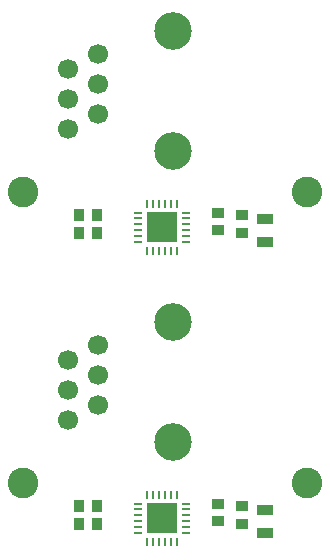
<source format=gts>
G04 #@! TF.FileFunction,Soldermask,Top*
%FSLAX46Y46*%
G04 Gerber Fmt 4.6, Leading zero omitted, Abs format (unit mm)*
G04 Created by KiCad (PCBNEW 4.0.7-e2-6376~58~ubuntu16.04.1) date Sat Dec  8 14:23:04 2018*
%MOMM*%
%LPD*%
G01*
G04 APERTURE LIST*
%ADD10C,0.150000*%
%ADD11R,1.397000X0.889000*%
%ADD12R,2.499360X2.499360*%
%ADD13O,0.800100X0.248920*%
%ADD14O,0.248920X0.800100*%
%ADD15R,1.000760X0.899160*%
%ADD16R,0.899160X1.000760*%
%ADD17C,2.600000*%
%ADD18C,1.700000*%
%ADD19C,3.180000*%
G04 APERTURE END LIST*
D10*
D11*
X160500000Y-137840500D03*
X160500000Y-135935500D03*
D12*
X151750000Y-136638000D03*
D13*
X149751020Y-135388320D03*
X149751020Y-135888700D03*
X149751020Y-136389080D03*
X149751020Y-136886920D03*
X149751020Y-137387300D03*
X149751020Y-137887680D03*
D14*
X150500320Y-138636980D03*
X151000700Y-138636980D03*
X151501080Y-138636980D03*
X151998920Y-138636980D03*
X152499300Y-138636980D03*
X152999680Y-138636980D03*
D13*
X153748980Y-137887680D03*
X153748980Y-137387300D03*
X153748980Y-136886920D03*
X153748980Y-136389080D03*
X153748980Y-135888700D03*
X153748980Y-135388320D03*
D14*
X152999680Y-134639020D03*
X152499300Y-134639020D03*
X151998920Y-134639020D03*
X151501080Y-134639020D03*
X151000700Y-134639020D03*
X150500320Y-134639020D03*
D15*
X158500000Y-135636160D03*
X158500000Y-137139840D03*
D16*
X144748160Y-137138000D03*
X146251840Y-137138000D03*
D15*
X156500000Y-136889840D03*
X156500000Y-135386160D03*
D16*
X144748160Y-135638000D03*
X146251840Y-135638000D03*
D17*
X164000000Y-133638000D03*
X140000000Y-133638000D03*
D18*
X143810000Y-128313000D03*
X143810000Y-125773000D03*
X143810000Y-123233000D03*
X146350000Y-124503000D03*
X146350000Y-121963000D03*
X146350000Y-127043000D03*
D19*
X152700000Y-130218000D03*
X152700000Y-120058000D03*
D18*
X143810000Y-103675000D03*
X143810000Y-101135000D03*
X143810000Y-98595000D03*
X146350000Y-99865000D03*
X146350000Y-97325000D03*
X146350000Y-102405000D03*
D19*
X152700000Y-105580000D03*
X152700000Y-95420000D03*
D17*
X140000000Y-109000000D03*
X164000000Y-109000000D03*
D16*
X144748160Y-111000000D03*
X146251840Y-111000000D03*
D15*
X156500000Y-112251840D03*
X156500000Y-110748160D03*
D16*
X144748160Y-112500000D03*
X146251840Y-112500000D03*
D15*
X158500000Y-110998160D03*
X158500000Y-112501840D03*
D12*
X151750000Y-112000000D03*
D13*
X149751020Y-110750320D03*
X149751020Y-111250700D03*
X149751020Y-111751080D03*
X149751020Y-112248920D03*
X149751020Y-112749300D03*
X149751020Y-113249680D03*
D14*
X150500320Y-113998980D03*
X151000700Y-113998980D03*
X151501080Y-113998980D03*
X151998920Y-113998980D03*
X152499300Y-113998980D03*
X152999680Y-113998980D03*
D13*
X153748980Y-113249680D03*
X153748980Y-112749300D03*
X153748980Y-112248920D03*
X153748980Y-111751080D03*
X153748980Y-111250700D03*
X153748980Y-110750320D03*
D14*
X152999680Y-110001020D03*
X152499300Y-110001020D03*
X151998920Y-110001020D03*
X151501080Y-110001020D03*
X151000700Y-110001020D03*
X150500320Y-110001020D03*
D11*
X160500000Y-113202500D03*
X160500000Y-111297500D03*
M02*

</source>
